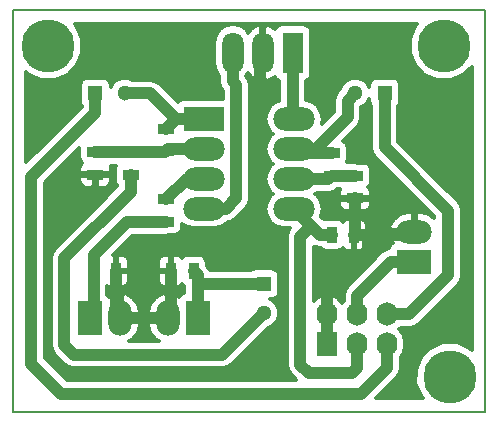
<source format=gbr>
G04 #@! TF.FileFunction,Copper,L2,Bot,Signal*
%FSLAX46Y46*%
G04 Gerber Fmt 4.6, Leading zero omitted, Abs format (unit mm)*
G04 Created by KiCad (PCBNEW 4.0.0-rc2-stable) date 8.4.2016. 15:12:54*
%MOMM*%
G01*
G04 APERTURE LIST*
%ADD10C,0.100000*%
%ADD11C,0.150000*%
%ADD12R,1.998980X2.999740*%
%ADD13O,1.998980X2.999740*%
%ADD14C,1.300000*%
%ADD15R,1.300000X1.300000*%
%ADD16R,0.889000X1.397000*%
%ADD17R,2.999740X1.998980*%
%ADD18O,2.999740X1.998980*%
%ADD19R,1.800860X3.500120*%
%ADD20O,1.800860X3.500120*%
%ADD21R,1.397000X0.889000*%
%ADD22R,1.750060X1.998980*%
%ADD23O,1.750060X1.998980*%
%ADD24R,3.500120X1.998980*%
%ADD25O,3.500120X1.998980*%
%ADD26C,4.500000*%
%ADD27C,2.200000*%
%ADD28C,1.000000*%
%ADD29C,0.500000*%
%ADD30C,0.300000*%
G04 APERTURE END LIST*
D10*
D11*
X160000000Y-98000000D02*
X160000000Y-65000000D01*
X200000000Y-98000000D02*
X200000000Y-65000000D01*
X160000000Y-64000000D02*
X160000000Y-65000000D01*
X200000000Y-64000000D02*
X200000000Y-65000000D01*
X200000000Y-64000000D02*
X160000000Y-64000000D01*
X160000000Y-98000000D02*
X200000000Y-98000000D01*
D12*
X166580000Y-90050000D03*
D13*
X169120000Y-90050000D03*
D12*
X175670000Y-90050000D03*
D13*
X173130000Y-90050000D03*
D14*
X181250000Y-89650000D03*
D15*
X181250000Y-87150000D03*
D16*
X166850000Y-86050000D03*
X168755000Y-86050000D03*
X175305000Y-86050000D03*
X173400000Y-86050000D03*
D14*
X169500000Y-71000000D03*
D15*
X167000000Y-71000000D03*
D14*
X189000000Y-71000000D03*
D15*
X191500000Y-71000000D03*
D17*
X194000000Y-85270000D03*
D18*
X194000000Y-82730000D03*
D19*
X183700000Y-67600000D03*
D20*
X181160000Y-67600000D03*
X178620000Y-67600000D03*
D21*
X173000000Y-80000000D03*
X173000000Y-81905000D03*
X173000000Y-74000000D03*
X173000000Y-75905000D03*
X167000000Y-76000000D03*
X167000000Y-77905000D03*
X170000000Y-77905000D03*
X170000000Y-76000000D03*
D16*
X187000000Y-83000000D03*
X188905000Y-83000000D03*
D21*
X187000000Y-76095000D03*
X187000000Y-78000000D03*
X189000000Y-78000000D03*
X189000000Y-79905000D03*
D22*
X186620000Y-92250000D03*
D23*
X186620000Y-89710000D03*
X189160000Y-92250000D03*
X189160000Y-89710000D03*
X191700000Y-92250000D03*
X191700000Y-89710000D03*
D24*
X176190000Y-73190000D03*
D25*
X176190000Y-75730000D03*
X176190000Y-78270000D03*
X176190000Y-80810000D03*
X183810000Y-80810000D03*
X183810000Y-78270000D03*
X183810000Y-75730000D03*
X183810000Y-73190000D03*
D26*
X163000000Y-67000000D03*
X196500000Y-67000000D03*
X197000000Y-95000000D03*
D27*
X187760000Y-85580000D03*
X177970000Y-83880000D03*
D28*
X170000000Y-77905000D02*
X170000000Y-79350000D01*
X170000000Y-79350000D02*
X164350000Y-85000000D01*
X164350000Y-85000000D02*
X164350000Y-92350000D01*
X164350000Y-92350000D02*
X165150000Y-93150000D01*
X165150000Y-93150000D02*
X177750000Y-93150000D01*
X177750000Y-93150000D02*
X180600001Y-90299999D01*
X180600001Y-90299999D02*
X181250000Y-89650000D01*
X175670000Y-86415000D02*
X175305000Y-86050000D01*
X175870000Y-87150000D02*
X175670000Y-87350000D01*
X175670000Y-87350000D02*
X175670000Y-86415000D01*
X181250000Y-87150000D02*
X175870000Y-87150000D01*
X175670000Y-90050000D02*
X175670000Y-87350000D01*
X169500000Y-71000000D02*
X171620000Y-71000000D01*
X171620000Y-71000000D02*
X173810000Y-73190000D01*
X176190000Y-73190000D02*
X173810000Y-73190000D01*
X173810000Y-73190000D02*
X173000000Y-74000000D01*
X191700000Y-92250000D02*
X191700000Y-94249490D01*
X161550000Y-93900000D02*
X161550000Y-78100000D01*
X191700000Y-94249490D02*
X189499480Y-96450010D01*
X189499480Y-96450010D02*
X164100010Y-96450010D01*
X164100010Y-96450010D02*
X161550000Y-93900000D01*
X161550000Y-78100000D02*
X167000000Y-72650000D01*
X167000000Y-72650000D02*
X167000000Y-71000000D01*
X189000000Y-71000000D02*
X188350001Y-71649999D01*
X188350001Y-71649999D02*
X188350001Y-73049999D01*
X188350001Y-73049999D02*
X185670000Y-75730000D01*
X185670000Y-75730000D02*
X183810000Y-75730000D01*
X187000000Y-76095000D02*
X184175000Y-76095000D01*
X184175000Y-76095000D02*
X183810000Y-75730000D01*
X196850000Y-86100000D02*
X196850000Y-80950000D01*
X191700000Y-89710000D02*
X193575030Y-89710000D01*
X193575030Y-89710000D02*
X196850000Y-86435030D01*
X196850000Y-86435030D02*
X196850000Y-86100000D01*
X196850000Y-80950000D02*
X191500000Y-75600000D01*
X191500000Y-75600000D02*
X191500000Y-71000000D01*
X173000000Y-81905000D02*
X169645000Y-81905000D01*
X169645000Y-81905000D02*
X166850000Y-84700000D01*
X166850000Y-84700000D02*
X166850000Y-86050000D01*
X166850000Y-89780000D02*
X166580000Y-90050000D01*
X166850000Y-86050000D02*
X166850000Y-89780000D01*
D29*
X187760000Y-85580000D02*
X187230000Y-86110000D01*
X187230000Y-86110000D02*
X187230000Y-87100510D01*
X177950000Y-83900000D02*
X177970000Y-83880000D01*
X167000000Y-77905000D02*
X167000000Y-78849500D01*
X167000000Y-78849500D02*
X162950000Y-82899500D01*
X162950000Y-82899500D02*
X162950000Y-92850000D01*
X162950000Y-92850000D02*
X164650000Y-94550000D01*
X164650000Y-94550000D02*
X179350000Y-94550000D01*
X179350000Y-94550000D02*
X183000000Y-90900000D01*
X183000000Y-90900000D02*
X183000000Y-85550000D01*
X183000000Y-85550000D02*
X179650000Y-82200000D01*
D28*
X180900000Y-80950000D02*
X179650000Y-82200000D01*
X179650000Y-82200000D02*
X177970000Y-83880000D01*
X181160000Y-67600000D02*
X180900000Y-67860000D01*
X180900000Y-67860000D02*
X180900000Y-80950000D01*
X177950000Y-83900000D02*
X172750000Y-83900000D01*
X172750000Y-83900000D02*
X171100000Y-85550000D01*
X171100000Y-85550000D02*
X171100000Y-90050000D01*
X169120000Y-90050000D02*
X171100000Y-90050000D01*
X171100000Y-90050000D02*
X173130000Y-90050000D01*
X173400000Y-86050000D02*
X173400000Y-89780000D01*
X173400000Y-89780000D02*
X173130000Y-90050000D01*
X168755000Y-86050000D02*
X168755000Y-89685000D01*
X168755000Y-89685000D02*
X169120000Y-90050000D01*
X186620000Y-89710000D02*
X186620000Y-92250000D01*
X188905000Y-83000000D02*
X190050000Y-83000000D01*
X190050000Y-83000000D02*
X193730000Y-83000000D01*
X186620000Y-89710000D02*
X186620000Y-87710510D01*
X186620000Y-87710510D02*
X187230000Y-87100510D01*
X187230000Y-87100510D02*
X190050000Y-84280510D01*
X190050000Y-84280510D02*
X190050000Y-83000000D01*
X189000000Y-79905000D02*
X189000000Y-82905000D01*
X189000000Y-82905000D02*
X188905000Y-83000000D01*
X193730000Y-83000000D02*
X194000000Y-82730000D01*
X189160000Y-89710000D02*
X189160000Y-88140000D01*
X189160000Y-88140000D02*
X192030000Y-85270000D01*
X192030000Y-85270000D02*
X194000000Y-85270000D01*
X183700000Y-67600000D02*
X183700000Y-73080000D01*
X183700000Y-73080000D02*
X183810000Y-73190000D01*
X178620000Y-67600000D02*
X178620000Y-70009630D01*
X178620000Y-70009630D02*
X178940060Y-70329690D01*
X178940060Y-70329690D02*
X178940060Y-79909940D01*
X178940060Y-79909940D02*
X178040000Y-80810000D01*
X178040000Y-80810000D02*
X176190000Y-80810000D01*
X173000000Y-80000000D02*
X174730000Y-78270000D01*
X174730000Y-78270000D02*
X176190000Y-78270000D01*
X170000000Y-76000000D02*
X167000000Y-76000000D01*
X176190000Y-75730000D02*
X173175000Y-75730000D01*
X173175000Y-75730000D02*
X173000000Y-75905000D01*
X170000000Y-76000000D02*
X172905000Y-76000000D01*
X172905000Y-76000000D02*
X173000000Y-75905000D01*
X189160000Y-92250000D02*
X189160000Y-94249490D01*
X189160000Y-94249490D02*
X188709490Y-94700000D01*
X188709490Y-94700000D02*
X185050000Y-94700000D01*
X185050000Y-94700000D02*
X184350000Y-94000000D01*
X184350000Y-94000000D02*
X184350000Y-83150000D01*
X184350000Y-83150000D02*
X185250000Y-82250000D01*
X186000000Y-83000000D02*
X185250000Y-82250000D01*
X185250000Y-82250000D02*
X183810000Y-80810000D01*
X187000000Y-83000000D02*
X186000000Y-83000000D01*
X187000000Y-78000000D02*
X189000000Y-78000000D01*
X183810000Y-78270000D02*
X186730000Y-78270000D01*
X186730000Y-78270000D02*
X187000000Y-78000000D01*
D30*
G36*
X194042933Y-65355137D02*
X193600505Y-66420624D01*
X193599498Y-67574315D01*
X194040066Y-68640572D01*
X194855137Y-69457067D01*
X195920624Y-69899495D01*
X197074315Y-69900502D01*
X198140572Y-69459934D01*
X198850000Y-68751743D01*
X198850000Y-92748428D01*
X198644863Y-92542933D01*
X197579376Y-92100505D01*
X196425685Y-92099498D01*
X195359428Y-92540066D01*
X194542933Y-93355137D01*
X194100505Y-94420624D01*
X194099498Y-95574315D01*
X194540066Y-96640572D01*
X194749129Y-96850000D01*
X190725836Y-96850000D01*
X192513173Y-95062663D01*
X192762461Y-94689576D01*
X192850000Y-94249490D01*
X192850000Y-93377916D01*
X193108944Y-92990379D01*
X193225030Y-92406775D01*
X193225030Y-92093225D01*
X193108944Y-91509621D01*
X192778359Y-91014866D01*
X192726178Y-90980000D01*
X192778359Y-90945134D01*
X192835244Y-90860000D01*
X193575030Y-90860000D01*
X194015116Y-90772461D01*
X194388203Y-90523173D01*
X197663173Y-87248203D01*
X197912461Y-86875116D01*
X198000000Y-86435030D01*
X198000000Y-80950005D01*
X198000001Y-80950000D01*
X197912461Y-80509915D01*
X197912461Y-80509914D01*
X197663173Y-80136827D01*
X197663170Y-80136825D01*
X192650000Y-75123654D01*
X192650000Y-72069592D01*
X192760520Y-71907841D01*
X192812734Y-71650000D01*
X192812734Y-70350000D01*
X192767410Y-70109124D01*
X192625053Y-69887895D01*
X192407841Y-69739480D01*
X192150000Y-69687266D01*
X190850000Y-69687266D01*
X190609124Y-69732590D01*
X190387895Y-69874947D01*
X190239480Y-70092159D01*
X190187266Y-70350000D01*
X190187266Y-70469165D01*
X190102729Y-70264571D01*
X189737353Y-69898556D01*
X189259721Y-69700226D01*
X188742548Y-69699774D01*
X188264571Y-69897271D01*
X187898556Y-70262647D01*
X187747696Y-70625958D01*
X187536828Y-70836826D01*
X187287540Y-71209913D01*
X187200001Y-71649999D01*
X187200001Y-72573653D01*
X186175991Y-73597663D01*
X186257080Y-73190000D01*
X186131520Y-72558768D01*
X185773956Y-72023634D01*
X185238822Y-71666070D01*
X184850000Y-71588728D01*
X184850000Y-69961876D01*
X185062535Y-69825113D01*
X185210950Y-69607901D01*
X185263164Y-69350060D01*
X185263164Y-65849940D01*
X185217840Y-65609064D01*
X185075483Y-65387835D01*
X184858271Y-65239420D01*
X184600430Y-65187206D01*
X182799570Y-65187206D01*
X182558694Y-65232530D01*
X182337465Y-65374887D01*
X182195002Y-65583388D01*
X182188438Y-65574854D01*
X181660302Y-65270769D01*
X181505968Y-65230827D01*
X181264000Y-65360325D01*
X181264000Y-67496000D01*
X181284000Y-67496000D01*
X181284000Y-67704000D01*
X181264000Y-67704000D01*
X181264000Y-69839675D01*
X181505968Y-69969173D01*
X181660302Y-69929231D01*
X182188438Y-69625146D01*
X182197006Y-69614007D01*
X182324517Y-69812165D01*
X182541729Y-69960580D01*
X182550000Y-69962255D01*
X182550000Y-71632489D01*
X182381178Y-71666070D01*
X181846044Y-72023634D01*
X181488480Y-72558768D01*
X181362920Y-73190000D01*
X181488480Y-73821232D01*
X181846044Y-74356366D01*
X182001144Y-74460000D01*
X181846044Y-74563634D01*
X181488480Y-75098768D01*
X181362920Y-75730000D01*
X181488480Y-76361232D01*
X181846044Y-76896366D01*
X182001144Y-77000000D01*
X181846044Y-77103634D01*
X181488480Y-77638768D01*
X181362920Y-78270000D01*
X181488480Y-78901232D01*
X181846044Y-79436366D01*
X182001144Y-79540000D01*
X181846044Y-79643634D01*
X181488480Y-80178768D01*
X181362920Y-80810000D01*
X181488480Y-81441232D01*
X181846044Y-81976366D01*
X182381178Y-82333930D01*
X183012410Y-82459490D01*
X183454866Y-82459490D01*
X183287539Y-82709914D01*
X183200000Y-83150000D01*
X183200000Y-94000000D01*
X183287539Y-94440086D01*
X183536827Y-94813173D01*
X184023665Y-95300010D01*
X164576356Y-95300010D01*
X162700000Y-93423654D01*
X162700000Y-78576346D01*
X163102846Y-78173500D01*
X165643500Y-78173500D01*
X165643500Y-78480384D01*
X165743674Y-78722227D01*
X165928773Y-78907325D01*
X166170615Y-79007500D01*
X166731500Y-79007500D01*
X166896000Y-78843000D01*
X166896000Y-78009000D01*
X167104000Y-78009000D01*
X167104000Y-78843000D01*
X167268500Y-79007500D01*
X167829385Y-79007500D01*
X168071227Y-78907325D01*
X168256326Y-78722227D01*
X168356500Y-78480384D01*
X168356500Y-78173500D01*
X168192000Y-78009000D01*
X167104000Y-78009000D01*
X166896000Y-78009000D01*
X165808000Y-78009000D01*
X165643500Y-78173500D01*
X163102846Y-78173500D01*
X165638766Y-75637580D01*
X165638766Y-76444500D01*
X165684090Y-76685376D01*
X165826447Y-76906605D01*
X165884902Y-76946546D01*
X165743674Y-77087773D01*
X165643500Y-77329616D01*
X165643500Y-77636500D01*
X165808000Y-77801000D01*
X166896000Y-77801000D01*
X166896000Y-77781000D01*
X167104000Y-77781000D01*
X167104000Y-77801000D01*
X168192000Y-77801000D01*
X168356500Y-77636500D01*
X168356500Y-77329616D01*
X168282101Y-77150000D01*
X168726960Y-77150000D01*
X168690980Y-77202659D01*
X168638766Y-77460500D01*
X168638766Y-78349500D01*
X168684090Y-78590376D01*
X168826447Y-78811605D01*
X168850000Y-78827698D01*
X168850000Y-78873654D01*
X163536827Y-84186827D01*
X163287539Y-84559914D01*
X163200000Y-85000000D01*
X163200000Y-92350000D01*
X163287539Y-92790086D01*
X163536827Y-93163173D01*
X164336827Y-93963173D01*
X164709914Y-94212461D01*
X165150000Y-94300000D01*
X177750000Y-94300000D01*
X178190086Y-94212461D01*
X178563173Y-93963173D01*
X181624472Y-90901874D01*
X181985429Y-90752729D01*
X182351444Y-90387353D01*
X182549774Y-89909721D01*
X182550226Y-89392548D01*
X182352729Y-88914571D01*
X181987353Y-88548556D01*
X181780671Y-88462734D01*
X181900000Y-88462734D01*
X182140876Y-88417410D01*
X182362105Y-88275053D01*
X182510520Y-88057841D01*
X182562734Y-87800000D01*
X182562734Y-86500000D01*
X182517410Y-86259124D01*
X182375053Y-86037895D01*
X182157841Y-85889480D01*
X181900000Y-85837266D01*
X180600000Y-85837266D01*
X180359124Y-85882590D01*
X180176664Y-86000000D01*
X176737451Y-86000000D01*
X176732461Y-85974914D01*
X176483173Y-85601827D01*
X176412234Y-85530888D01*
X176412234Y-85351500D01*
X176366910Y-85110624D01*
X176224553Y-84889395D01*
X176007341Y-84740980D01*
X175749500Y-84688766D01*
X174860500Y-84688766D01*
X174619624Y-84734090D01*
X174398395Y-84876447D01*
X174358454Y-84934902D01*
X174217227Y-84793674D01*
X173975384Y-84693500D01*
X173668500Y-84693500D01*
X173504000Y-84858000D01*
X173504000Y-85946000D01*
X173524000Y-85946000D01*
X173524000Y-86154000D01*
X173504000Y-86154000D01*
X173504000Y-87242000D01*
X173668500Y-87406500D01*
X173975384Y-87406500D01*
X174217227Y-87306326D01*
X174357061Y-87166492D01*
X174385447Y-87210605D01*
X174520000Y-87302541D01*
X174520000Y-87915716D01*
X174429634Y-87932720D01*
X174208405Y-88075077D01*
X174102118Y-88230632D01*
X173668210Y-87978500D01*
X173491497Y-87932031D01*
X173234000Y-88060257D01*
X173234000Y-89946000D01*
X173254000Y-89946000D01*
X173254000Y-90154000D01*
X173234000Y-90154000D01*
X173234000Y-90174000D01*
X173026000Y-90174000D01*
X173026000Y-90154000D01*
X171472510Y-90154000D01*
X171472510Y-90654380D01*
X171638478Y-91280757D01*
X172031517Y-91795941D01*
X172382694Y-92000000D01*
X169867306Y-92000000D01*
X170218483Y-91795941D01*
X170611522Y-91280757D01*
X170777490Y-90654380D01*
X170777490Y-90154000D01*
X169224000Y-90154000D01*
X169224000Y-90174000D01*
X169016000Y-90174000D01*
X169016000Y-90154000D01*
X168996000Y-90154000D01*
X168996000Y-89946000D01*
X169016000Y-89946000D01*
X169016000Y-88060257D01*
X169224000Y-88060257D01*
X169224000Y-89946000D01*
X170777490Y-89946000D01*
X170777490Y-89445620D01*
X171472510Y-89445620D01*
X171472510Y-89946000D01*
X173026000Y-89946000D01*
X173026000Y-88060257D01*
X172768503Y-87932031D01*
X172591790Y-87978500D01*
X172031517Y-88304059D01*
X171638478Y-88819243D01*
X171472510Y-89445620D01*
X170777490Y-89445620D01*
X170611522Y-88819243D01*
X170218483Y-88304059D01*
X169658210Y-87978500D01*
X169481497Y-87932031D01*
X169224000Y-88060257D01*
X169016000Y-88060257D01*
X168758503Y-87932031D01*
X168581790Y-87978500D01*
X168146736Y-88231298D01*
X168054543Y-88088025D01*
X168000000Y-88050757D01*
X168000000Y-87332101D01*
X168179616Y-87406500D01*
X168486500Y-87406500D01*
X168651000Y-87242000D01*
X168651000Y-86154000D01*
X168859000Y-86154000D01*
X168859000Y-87242000D01*
X169023500Y-87406500D01*
X169330384Y-87406500D01*
X169572227Y-87306326D01*
X169757325Y-87121227D01*
X169857500Y-86879385D01*
X169857500Y-86318500D01*
X172297500Y-86318500D01*
X172297500Y-86879385D01*
X172397675Y-87121227D01*
X172582773Y-87306326D01*
X172824616Y-87406500D01*
X173131500Y-87406500D01*
X173296000Y-87242000D01*
X173296000Y-86154000D01*
X172462000Y-86154000D01*
X172297500Y-86318500D01*
X169857500Y-86318500D01*
X169693000Y-86154000D01*
X168859000Y-86154000D01*
X168651000Y-86154000D01*
X168631000Y-86154000D01*
X168631000Y-85946000D01*
X168651000Y-85946000D01*
X168651000Y-84858000D01*
X168859000Y-84858000D01*
X168859000Y-85946000D01*
X169693000Y-85946000D01*
X169857500Y-85781500D01*
X169857500Y-85220615D01*
X172297500Y-85220615D01*
X172297500Y-85781500D01*
X172462000Y-85946000D01*
X173296000Y-85946000D01*
X173296000Y-84858000D01*
X173131500Y-84693500D01*
X172824616Y-84693500D01*
X172582773Y-84793674D01*
X172397675Y-84978773D01*
X172297500Y-85220615D01*
X169857500Y-85220615D01*
X169757325Y-84978773D01*
X169572227Y-84793674D01*
X169330384Y-84693500D01*
X169023500Y-84693500D01*
X168859000Y-84858000D01*
X168651000Y-84858000D01*
X168486500Y-84693500D01*
X168482846Y-84693500D01*
X170121346Y-83055000D01*
X173000000Y-83055000D01*
X173214998Y-83012234D01*
X173698500Y-83012234D01*
X173939376Y-82966910D01*
X174160605Y-82824553D01*
X174309020Y-82607341D01*
X174361234Y-82349500D01*
X174361234Y-82066697D01*
X174761178Y-82333930D01*
X175392410Y-82459490D01*
X176987590Y-82459490D01*
X177618822Y-82333930D01*
X178153956Y-81976366D01*
X178184035Y-81931350D01*
X178480086Y-81872461D01*
X178853173Y-81623173D01*
X179753233Y-80723113D01*
X180002521Y-80350026D01*
X180090060Y-79909940D01*
X180090060Y-70329690D01*
X180002521Y-69889604D01*
X179770000Y-69541611D01*
X179770000Y-69512632D01*
X179897842Y-69321303D01*
X180131562Y-69625146D01*
X180659698Y-69929231D01*
X180814032Y-69969173D01*
X181056000Y-69839675D01*
X181056000Y-67704000D01*
X181036000Y-67704000D01*
X181036000Y-67496000D01*
X181056000Y-67496000D01*
X181056000Y-65360325D01*
X180814032Y-65230827D01*
X180659698Y-65270769D01*
X180131562Y-65574854D01*
X179897842Y-65878697D01*
X179716320Y-65607030D01*
X179213324Y-65270939D01*
X178620000Y-65152920D01*
X178026676Y-65270939D01*
X177523680Y-65607030D01*
X177187589Y-66110026D01*
X177069570Y-66703350D01*
X177069570Y-68496650D01*
X177187589Y-69089974D01*
X177470000Y-69512632D01*
X177470000Y-70009630D01*
X177557539Y-70449716D01*
X177790060Y-70797709D01*
X177790060Y-71527776D01*
X174439940Y-71527776D01*
X174199064Y-71573100D01*
X173977835Y-71715457D01*
X173971327Y-71724981D01*
X172433173Y-70186827D01*
X172060086Y-69937539D01*
X171620000Y-69850000D01*
X170120417Y-69850000D01*
X169759721Y-69700226D01*
X169242548Y-69699774D01*
X168764571Y-69897271D01*
X168398556Y-70262647D01*
X168312734Y-70469329D01*
X168312734Y-70350000D01*
X168267410Y-70109124D01*
X168125053Y-69887895D01*
X167907841Y-69739480D01*
X167650000Y-69687266D01*
X166350000Y-69687266D01*
X166109124Y-69732590D01*
X165887895Y-69874947D01*
X165739480Y-70092159D01*
X165687266Y-70350000D01*
X165687266Y-71650000D01*
X165732590Y-71890876D01*
X165850000Y-72073336D01*
X165850000Y-72173654D01*
X161150000Y-76873654D01*
X161150000Y-69251572D01*
X161355137Y-69457067D01*
X162420624Y-69899495D01*
X163574315Y-69900502D01*
X164640572Y-69459934D01*
X165457067Y-68644863D01*
X165899495Y-67579376D01*
X165900502Y-66425685D01*
X165459934Y-65359428D01*
X165250871Y-65150000D01*
X194248428Y-65150000D01*
X194042933Y-65355137D01*
X194042933Y-65355137D01*
G37*
X194042933Y-65355137D02*
X193600505Y-66420624D01*
X193599498Y-67574315D01*
X194040066Y-68640572D01*
X194855137Y-69457067D01*
X195920624Y-69899495D01*
X197074315Y-69900502D01*
X198140572Y-69459934D01*
X198850000Y-68751743D01*
X198850000Y-92748428D01*
X198644863Y-92542933D01*
X197579376Y-92100505D01*
X196425685Y-92099498D01*
X195359428Y-92540066D01*
X194542933Y-93355137D01*
X194100505Y-94420624D01*
X194099498Y-95574315D01*
X194540066Y-96640572D01*
X194749129Y-96850000D01*
X190725836Y-96850000D01*
X192513173Y-95062663D01*
X192762461Y-94689576D01*
X192850000Y-94249490D01*
X192850000Y-93377916D01*
X193108944Y-92990379D01*
X193225030Y-92406775D01*
X193225030Y-92093225D01*
X193108944Y-91509621D01*
X192778359Y-91014866D01*
X192726178Y-90980000D01*
X192778359Y-90945134D01*
X192835244Y-90860000D01*
X193575030Y-90860000D01*
X194015116Y-90772461D01*
X194388203Y-90523173D01*
X197663173Y-87248203D01*
X197912461Y-86875116D01*
X198000000Y-86435030D01*
X198000000Y-80950005D01*
X198000001Y-80950000D01*
X197912461Y-80509915D01*
X197912461Y-80509914D01*
X197663173Y-80136827D01*
X197663170Y-80136825D01*
X192650000Y-75123654D01*
X192650000Y-72069592D01*
X192760520Y-71907841D01*
X192812734Y-71650000D01*
X192812734Y-70350000D01*
X192767410Y-70109124D01*
X192625053Y-69887895D01*
X192407841Y-69739480D01*
X192150000Y-69687266D01*
X190850000Y-69687266D01*
X190609124Y-69732590D01*
X190387895Y-69874947D01*
X190239480Y-70092159D01*
X190187266Y-70350000D01*
X190187266Y-70469165D01*
X190102729Y-70264571D01*
X189737353Y-69898556D01*
X189259721Y-69700226D01*
X188742548Y-69699774D01*
X188264571Y-69897271D01*
X187898556Y-70262647D01*
X187747696Y-70625958D01*
X187536828Y-70836826D01*
X187287540Y-71209913D01*
X187200001Y-71649999D01*
X187200001Y-72573653D01*
X186175991Y-73597663D01*
X186257080Y-73190000D01*
X186131520Y-72558768D01*
X185773956Y-72023634D01*
X185238822Y-71666070D01*
X184850000Y-71588728D01*
X184850000Y-69961876D01*
X185062535Y-69825113D01*
X185210950Y-69607901D01*
X185263164Y-69350060D01*
X185263164Y-65849940D01*
X185217840Y-65609064D01*
X185075483Y-65387835D01*
X184858271Y-65239420D01*
X184600430Y-65187206D01*
X182799570Y-65187206D01*
X182558694Y-65232530D01*
X182337465Y-65374887D01*
X182195002Y-65583388D01*
X182188438Y-65574854D01*
X181660302Y-65270769D01*
X181505968Y-65230827D01*
X181264000Y-65360325D01*
X181264000Y-67496000D01*
X181284000Y-67496000D01*
X181284000Y-67704000D01*
X181264000Y-67704000D01*
X181264000Y-69839675D01*
X181505968Y-69969173D01*
X181660302Y-69929231D01*
X182188438Y-69625146D01*
X182197006Y-69614007D01*
X182324517Y-69812165D01*
X182541729Y-69960580D01*
X182550000Y-69962255D01*
X182550000Y-71632489D01*
X182381178Y-71666070D01*
X181846044Y-72023634D01*
X181488480Y-72558768D01*
X181362920Y-73190000D01*
X181488480Y-73821232D01*
X181846044Y-74356366D01*
X182001144Y-74460000D01*
X181846044Y-74563634D01*
X181488480Y-75098768D01*
X181362920Y-75730000D01*
X181488480Y-76361232D01*
X181846044Y-76896366D01*
X182001144Y-77000000D01*
X181846044Y-77103634D01*
X181488480Y-77638768D01*
X181362920Y-78270000D01*
X181488480Y-78901232D01*
X181846044Y-79436366D01*
X182001144Y-79540000D01*
X181846044Y-79643634D01*
X181488480Y-80178768D01*
X181362920Y-80810000D01*
X181488480Y-81441232D01*
X181846044Y-81976366D01*
X182381178Y-82333930D01*
X183012410Y-82459490D01*
X183454866Y-82459490D01*
X183287539Y-82709914D01*
X183200000Y-83150000D01*
X183200000Y-94000000D01*
X183287539Y-94440086D01*
X183536827Y-94813173D01*
X184023665Y-95300010D01*
X164576356Y-95300010D01*
X162700000Y-93423654D01*
X162700000Y-78576346D01*
X163102846Y-78173500D01*
X165643500Y-78173500D01*
X165643500Y-78480384D01*
X165743674Y-78722227D01*
X165928773Y-78907325D01*
X166170615Y-79007500D01*
X166731500Y-79007500D01*
X166896000Y-78843000D01*
X166896000Y-78009000D01*
X167104000Y-78009000D01*
X167104000Y-78843000D01*
X167268500Y-79007500D01*
X167829385Y-79007500D01*
X168071227Y-78907325D01*
X168256326Y-78722227D01*
X168356500Y-78480384D01*
X168356500Y-78173500D01*
X168192000Y-78009000D01*
X167104000Y-78009000D01*
X166896000Y-78009000D01*
X165808000Y-78009000D01*
X165643500Y-78173500D01*
X163102846Y-78173500D01*
X165638766Y-75637580D01*
X165638766Y-76444500D01*
X165684090Y-76685376D01*
X165826447Y-76906605D01*
X165884902Y-76946546D01*
X165743674Y-77087773D01*
X165643500Y-77329616D01*
X165643500Y-77636500D01*
X165808000Y-77801000D01*
X166896000Y-77801000D01*
X166896000Y-77781000D01*
X167104000Y-77781000D01*
X167104000Y-77801000D01*
X168192000Y-77801000D01*
X168356500Y-77636500D01*
X168356500Y-77329616D01*
X168282101Y-77150000D01*
X168726960Y-77150000D01*
X168690980Y-77202659D01*
X168638766Y-77460500D01*
X168638766Y-78349500D01*
X168684090Y-78590376D01*
X168826447Y-78811605D01*
X168850000Y-78827698D01*
X168850000Y-78873654D01*
X163536827Y-84186827D01*
X163287539Y-84559914D01*
X163200000Y-85000000D01*
X163200000Y-92350000D01*
X163287539Y-92790086D01*
X163536827Y-93163173D01*
X164336827Y-93963173D01*
X164709914Y-94212461D01*
X165150000Y-94300000D01*
X177750000Y-94300000D01*
X178190086Y-94212461D01*
X178563173Y-93963173D01*
X181624472Y-90901874D01*
X181985429Y-90752729D01*
X182351444Y-90387353D01*
X182549774Y-89909721D01*
X182550226Y-89392548D01*
X182352729Y-88914571D01*
X181987353Y-88548556D01*
X181780671Y-88462734D01*
X181900000Y-88462734D01*
X182140876Y-88417410D01*
X182362105Y-88275053D01*
X182510520Y-88057841D01*
X182562734Y-87800000D01*
X182562734Y-86500000D01*
X182517410Y-86259124D01*
X182375053Y-86037895D01*
X182157841Y-85889480D01*
X181900000Y-85837266D01*
X180600000Y-85837266D01*
X180359124Y-85882590D01*
X180176664Y-86000000D01*
X176737451Y-86000000D01*
X176732461Y-85974914D01*
X176483173Y-85601827D01*
X176412234Y-85530888D01*
X176412234Y-85351500D01*
X176366910Y-85110624D01*
X176224553Y-84889395D01*
X176007341Y-84740980D01*
X175749500Y-84688766D01*
X174860500Y-84688766D01*
X174619624Y-84734090D01*
X174398395Y-84876447D01*
X174358454Y-84934902D01*
X174217227Y-84793674D01*
X173975384Y-84693500D01*
X173668500Y-84693500D01*
X173504000Y-84858000D01*
X173504000Y-85946000D01*
X173524000Y-85946000D01*
X173524000Y-86154000D01*
X173504000Y-86154000D01*
X173504000Y-87242000D01*
X173668500Y-87406500D01*
X173975384Y-87406500D01*
X174217227Y-87306326D01*
X174357061Y-87166492D01*
X174385447Y-87210605D01*
X174520000Y-87302541D01*
X174520000Y-87915716D01*
X174429634Y-87932720D01*
X174208405Y-88075077D01*
X174102118Y-88230632D01*
X173668210Y-87978500D01*
X173491497Y-87932031D01*
X173234000Y-88060257D01*
X173234000Y-89946000D01*
X173254000Y-89946000D01*
X173254000Y-90154000D01*
X173234000Y-90154000D01*
X173234000Y-90174000D01*
X173026000Y-90174000D01*
X173026000Y-90154000D01*
X171472510Y-90154000D01*
X171472510Y-90654380D01*
X171638478Y-91280757D01*
X172031517Y-91795941D01*
X172382694Y-92000000D01*
X169867306Y-92000000D01*
X170218483Y-91795941D01*
X170611522Y-91280757D01*
X170777490Y-90654380D01*
X170777490Y-90154000D01*
X169224000Y-90154000D01*
X169224000Y-90174000D01*
X169016000Y-90174000D01*
X169016000Y-90154000D01*
X168996000Y-90154000D01*
X168996000Y-89946000D01*
X169016000Y-89946000D01*
X169016000Y-88060257D01*
X169224000Y-88060257D01*
X169224000Y-89946000D01*
X170777490Y-89946000D01*
X170777490Y-89445620D01*
X171472510Y-89445620D01*
X171472510Y-89946000D01*
X173026000Y-89946000D01*
X173026000Y-88060257D01*
X172768503Y-87932031D01*
X172591790Y-87978500D01*
X172031517Y-88304059D01*
X171638478Y-88819243D01*
X171472510Y-89445620D01*
X170777490Y-89445620D01*
X170611522Y-88819243D01*
X170218483Y-88304059D01*
X169658210Y-87978500D01*
X169481497Y-87932031D01*
X169224000Y-88060257D01*
X169016000Y-88060257D01*
X168758503Y-87932031D01*
X168581790Y-87978500D01*
X168146736Y-88231298D01*
X168054543Y-88088025D01*
X168000000Y-88050757D01*
X168000000Y-87332101D01*
X168179616Y-87406500D01*
X168486500Y-87406500D01*
X168651000Y-87242000D01*
X168651000Y-86154000D01*
X168859000Y-86154000D01*
X168859000Y-87242000D01*
X169023500Y-87406500D01*
X169330384Y-87406500D01*
X169572227Y-87306326D01*
X169757325Y-87121227D01*
X169857500Y-86879385D01*
X169857500Y-86318500D01*
X172297500Y-86318500D01*
X172297500Y-86879385D01*
X172397675Y-87121227D01*
X172582773Y-87306326D01*
X172824616Y-87406500D01*
X173131500Y-87406500D01*
X173296000Y-87242000D01*
X173296000Y-86154000D01*
X172462000Y-86154000D01*
X172297500Y-86318500D01*
X169857500Y-86318500D01*
X169693000Y-86154000D01*
X168859000Y-86154000D01*
X168651000Y-86154000D01*
X168631000Y-86154000D01*
X168631000Y-85946000D01*
X168651000Y-85946000D01*
X168651000Y-84858000D01*
X168859000Y-84858000D01*
X168859000Y-85946000D01*
X169693000Y-85946000D01*
X169857500Y-85781500D01*
X169857500Y-85220615D01*
X172297500Y-85220615D01*
X172297500Y-85781500D01*
X172462000Y-85946000D01*
X173296000Y-85946000D01*
X173296000Y-84858000D01*
X173131500Y-84693500D01*
X172824616Y-84693500D01*
X172582773Y-84793674D01*
X172397675Y-84978773D01*
X172297500Y-85220615D01*
X169857500Y-85220615D01*
X169757325Y-84978773D01*
X169572227Y-84793674D01*
X169330384Y-84693500D01*
X169023500Y-84693500D01*
X168859000Y-84858000D01*
X168651000Y-84858000D01*
X168486500Y-84693500D01*
X168482846Y-84693500D01*
X170121346Y-83055000D01*
X173000000Y-83055000D01*
X173214998Y-83012234D01*
X173698500Y-83012234D01*
X173939376Y-82966910D01*
X174160605Y-82824553D01*
X174309020Y-82607341D01*
X174361234Y-82349500D01*
X174361234Y-82066697D01*
X174761178Y-82333930D01*
X175392410Y-82459490D01*
X176987590Y-82459490D01*
X177618822Y-82333930D01*
X178153956Y-81976366D01*
X178184035Y-81931350D01*
X178480086Y-81872461D01*
X178853173Y-81623173D01*
X179753233Y-80723113D01*
X180002521Y-80350026D01*
X180090060Y-79909940D01*
X180090060Y-70329690D01*
X180002521Y-69889604D01*
X179770000Y-69541611D01*
X179770000Y-69512632D01*
X179897842Y-69321303D01*
X180131562Y-69625146D01*
X180659698Y-69929231D01*
X180814032Y-69969173D01*
X181056000Y-69839675D01*
X181056000Y-67704000D01*
X181036000Y-67704000D01*
X181036000Y-67496000D01*
X181056000Y-67496000D01*
X181056000Y-65360325D01*
X180814032Y-65230827D01*
X180659698Y-65270769D01*
X180131562Y-65574854D01*
X179897842Y-65878697D01*
X179716320Y-65607030D01*
X179213324Y-65270939D01*
X178620000Y-65152920D01*
X178026676Y-65270939D01*
X177523680Y-65607030D01*
X177187589Y-66110026D01*
X177069570Y-66703350D01*
X177069570Y-68496650D01*
X177187589Y-69089974D01*
X177470000Y-69512632D01*
X177470000Y-70009630D01*
X177557539Y-70449716D01*
X177790060Y-70797709D01*
X177790060Y-71527776D01*
X174439940Y-71527776D01*
X174199064Y-71573100D01*
X173977835Y-71715457D01*
X173971327Y-71724981D01*
X172433173Y-70186827D01*
X172060086Y-69937539D01*
X171620000Y-69850000D01*
X170120417Y-69850000D01*
X169759721Y-69700226D01*
X169242548Y-69699774D01*
X168764571Y-69897271D01*
X168398556Y-70262647D01*
X168312734Y-70469329D01*
X168312734Y-70350000D01*
X168267410Y-70109124D01*
X168125053Y-69887895D01*
X167907841Y-69739480D01*
X167650000Y-69687266D01*
X166350000Y-69687266D01*
X166109124Y-69732590D01*
X165887895Y-69874947D01*
X165739480Y-70092159D01*
X165687266Y-70350000D01*
X165687266Y-71650000D01*
X165732590Y-71890876D01*
X165850000Y-72073336D01*
X165850000Y-72173654D01*
X161150000Y-76873654D01*
X161150000Y-69251572D01*
X161355137Y-69457067D01*
X162420624Y-69899495D01*
X163574315Y-69900502D01*
X164640572Y-69459934D01*
X165457067Y-68644863D01*
X165899495Y-67579376D01*
X165900502Y-66425685D01*
X165459934Y-65359428D01*
X165250871Y-65150000D01*
X194248428Y-65150000D01*
X194042933Y-65355137D01*
G36*
X190187266Y-71650000D02*
X190232590Y-71890876D01*
X190350000Y-72073336D01*
X190350000Y-75600000D01*
X190437539Y-76040086D01*
X190686827Y-76413173D01*
X195700000Y-81426345D01*
X195700000Y-81596468D01*
X195230757Y-81238478D01*
X194604380Y-81072510D01*
X194104000Y-81072510D01*
X194104000Y-82626000D01*
X194124000Y-82626000D01*
X194124000Y-82834000D01*
X194104000Y-82834000D01*
X194104000Y-82854000D01*
X193896000Y-82854000D01*
X193896000Y-82834000D01*
X192010257Y-82834000D01*
X191882031Y-83091497D01*
X191928500Y-83268210D01*
X192181298Y-83703264D01*
X192038025Y-83795457D01*
X191889610Y-84012669D01*
X191861070Y-84153602D01*
X191589914Y-84207539D01*
X191216827Y-84456827D01*
X188346827Y-87326827D01*
X188097539Y-87699914D01*
X188010000Y-88140000D01*
X188010000Y-88582084D01*
X187895309Y-88753732D01*
X187538051Y-88356759D01*
X186997934Y-88098971D01*
X186961986Y-88091142D01*
X186724000Y-88220967D01*
X186724000Y-89606000D01*
X186744000Y-89606000D01*
X186744000Y-89814000D01*
X186724000Y-89814000D01*
X186724000Y-92146000D01*
X186744000Y-92146000D01*
X186744000Y-92354000D01*
X186724000Y-92354000D01*
X186724000Y-92374000D01*
X186516000Y-92374000D01*
X186516000Y-92354000D01*
X186496000Y-92354000D01*
X186496000Y-92146000D01*
X186516000Y-92146000D01*
X186516000Y-89814000D01*
X186496000Y-89814000D01*
X186496000Y-89606000D01*
X186516000Y-89606000D01*
X186516000Y-88220967D01*
X186278014Y-88091142D01*
X186242066Y-88098971D01*
X185701949Y-88356759D01*
X185500000Y-88581158D01*
X185500000Y-84022428D01*
X185559914Y-84062461D01*
X186000000Y-84150000D01*
X186073623Y-84150000D01*
X186080447Y-84160605D01*
X186297659Y-84309020D01*
X186555500Y-84361234D01*
X187444500Y-84361234D01*
X187685376Y-84315910D01*
X187906605Y-84173553D01*
X187946546Y-84115098D01*
X188087773Y-84256326D01*
X188329616Y-84356500D01*
X188636500Y-84356500D01*
X188801000Y-84192000D01*
X188801000Y-83104000D01*
X189009000Y-83104000D01*
X189009000Y-84192000D01*
X189173500Y-84356500D01*
X189480384Y-84356500D01*
X189722227Y-84256326D01*
X189907325Y-84071227D01*
X190007500Y-83829385D01*
X190007500Y-83268500D01*
X189843000Y-83104000D01*
X189009000Y-83104000D01*
X188801000Y-83104000D01*
X188781000Y-83104000D01*
X188781000Y-82896000D01*
X188801000Y-82896000D01*
X188801000Y-81808000D01*
X189009000Y-81808000D01*
X189009000Y-82896000D01*
X189843000Y-82896000D01*
X190007500Y-82731500D01*
X190007500Y-82368503D01*
X191882031Y-82368503D01*
X192010257Y-82626000D01*
X193896000Y-82626000D01*
X193896000Y-81072510D01*
X193395620Y-81072510D01*
X192769243Y-81238478D01*
X192254059Y-81631517D01*
X191928500Y-82191790D01*
X191882031Y-82368503D01*
X190007500Y-82368503D01*
X190007500Y-82170615D01*
X189907325Y-81928773D01*
X189722227Y-81743674D01*
X189480384Y-81643500D01*
X189173500Y-81643500D01*
X189009000Y-81808000D01*
X188801000Y-81808000D01*
X188636500Y-81643500D01*
X188329616Y-81643500D01*
X188087773Y-81743674D01*
X187947939Y-81883508D01*
X187919553Y-81839395D01*
X187702341Y-81690980D01*
X187444500Y-81638766D01*
X186555500Y-81638766D01*
X186314624Y-81684090D01*
X186312076Y-81685730D01*
X186105908Y-81479562D01*
X186131520Y-81441232D01*
X186257080Y-80810000D01*
X186131520Y-80178768D01*
X186128001Y-80173500D01*
X187643500Y-80173500D01*
X187643500Y-80480384D01*
X187743674Y-80722227D01*
X187928773Y-80907325D01*
X188170615Y-81007500D01*
X188731500Y-81007500D01*
X188896000Y-80843000D01*
X188896000Y-80009000D01*
X189104000Y-80009000D01*
X189104000Y-80843000D01*
X189268500Y-81007500D01*
X189829385Y-81007500D01*
X190071227Y-80907325D01*
X190256326Y-80722227D01*
X190356500Y-80480384D01*
X190356500Y-80173500D01*
X190192000Y-80009000D01*
X189104000Y-80009000D01*
X188896000Y-80009000D01*
X187808000Y-80009000D01*
X187643500Y-80173500D01*
X186128001Y-80173500D01*
X185773956Y-79643634D01*
X185618856Y-79540000D01*
X185773956Y-79436366D01*
X185784891Y-79420000D01*
X186730000Y-79420000D01*
X187170086Y-79332461D01*
X187443159Y-79150000D01*
X187717899Y-79150000D01*
X187643500Y-79329616D01*
X187643500Y-79636500D01*
X187808000Y-79801000D01*
X188896000Y-79801000D01*
X188896000Y-79781000D01*
X189104000Y-79781000D01*
X189104000Y-79801000D01*
X190192000Y-79801000D01*
X190356500Y-79636500D01*
X190356500Y-79329616D01*
X190256326Y-79087773D01*
X190116492Y-78947939D01*
X190160605Y-78919553D01*
X190309020Y-78702341D01*
X190361234Y-78444500D01*
X190361234Y-77555500D01*
X190315910Y-77314624D01*
X190173553Y-77093395D01*
X189956341Y-76944980D01*
X189698500Y-76892766D01*
X189214998Y-76892766D01*
X189000000Y-76850000D01*
X188273040Y-76850000D01*
X188309020Y-76797341D01*
X188361234Y-76539500D01*
X188361234Y-75650500D01*
X188315910Y-75409624D01*
X188173553Y-75188395D01*
X187974178Y-75052168D01*
X189163174Y-73863172D01*
X189205384Y-73800000D01*
X189412462Y-73490085D01*
X189500001Y-73049999D01*
X189500001Y-72200006D01*
X189735429Y-72102729D01*
X190101444Y-71737353D01*
X190187266Y-71530671D01*
X190187266Y-71650000D01*
X190187266Y-71650000D01*
G37*
X190187266Y-71650000D02*
X190232590Y-71890876D01*
X190350000Y-72073336D01*
X190350000Y-75600000D01*
X190437539Y-76040086D01*
X190686827Y-76413173D01*
X195700000Y-81426345D01*
X195700000Y-81596468D01*
X195230757Y-81238478D01*
X194604380Y-81072510D01*
X194104000Y-81072510D01*
X194104000Y-82626000D01*
X194124000Y-82626000D01*
X194124000Y-82834000D01*
X194104000Y-82834000D01*
X194104000Y-82854000D01*
X193896000Y-82854000D01*
X193896000Y-82834000D01*
X192010257Y-82834000D01*
X191882031Y-83091497D01*
X191928500Y-83268210D01*
X192181298Y-83703264D01*
X192038025Y-83795457D01*
X191889610Y-84012669D01*
X191861070Y-84153602D01*
X191589914Y-84207539D01*
X191216827Y-84456827D01*
X188346827Y-87326827D01*
X188097539Y-87699914D01*
X188010000Y-88140000D01*
X188010000Y-88582084D01*
X187895309Y-88753732D01*
X187538051Y-88356759D01*
X186997934Y-88098971D01*
X186961986Y-88091142D01*
X186724000Y-88220967D01*
X186724000Y-89606000D01*
X186744000Y-89606000D01*
X186744000Y-89814000D01*
X186724000Y-89814000D01*
X186724000Y-92146000D01*
X186744000Y-92146000D01*
X186744000Y-92354000D01*
X186724000Y-92354000D01*
X186724000Y-92374000D01*
X186516000Y-92374000D01*
X186516000Y-92354000D01*
X186496000Y-92354000D01*
X186496000Y-92146000D01*
X186516000Y-92146000D01*
X186516000Y-89814000D01*
X186496000Y-89814000D01*
X186496000Y-89606000D01*
X186516000Y-89606000D01*
X186516000Y-88220967D01*
X186278014Y-88091142D01*
X186242066Y-88098971D01*
X185701949Y-88356759D01*
X185500000Y-88581158D01*
X185500000Y-84022428D01*
X185559914Y-84062461D01*
X186000000Y-84150000D01*
X186073623Y-84150000D01*
X186080447Y-84160605D01*
X186297659Y-84309020D01*
X186555500Y-84361234D01*
X187444500Y-84361234D01*
X187685376Y-84315910D01*
X187906605Y-84173553D01*
X187946546Y-84115098D01*
X188087773Y-84256326D01*
X188329616Y-84356500D01*
X188636500Y-84356500D01*
X188801000Y-84192000D01*
X188801000Y-83104000D01*
X189009000Y-83104000D01*
X189009000Y-84192000D01*
X189173500Y-84356500D01*
X189480384Y-84356500D01*
X189722227Y-84256326D01*
X189907325Y-84071227D01*
X190007500Y-83829385D01*
X190007500Y-83268500D01*
X189843000Y-83104000D01*
X189009000Y-83104000D01*
X188801000Y-83104000D01*
X188781000Y-83104000D01*
X188781000Y-82896000D01*
X188801000Y-82896000D01*
X188801000Y-81808000D01*
X189009000Y-81808000D01*
X189009000Y-82896000D01*
X189843000Y-82896000D01*
X190007500Y-82731500D01*
X190007500Y-82368503D01*
X191882031Y-82368503D01*
X192010257Y-82626000D01*
X193896000Y-82626000D01*
X193896000Y-81072510D01*
X193395620Y-81072510D01*
X192769243Y-81238478D01*
X192254059Y-81631517D01*
X191928500Y-82191790D01*
X191882031Y-82368503D01*
X190007500Y-82368503D01*
X190007500Y-82170615D01*
X189907325Y-81928773D01*
X189722227Y-81743674D01*
X189480384Y-81643500D01*
X189173500Y-81643500D01*
X189009000Y-81808000D01*
X188801000Y-81808000D01*
X188636500Y-81643500D01*
X188329616Y-81643500D01*
X188087773Y-81743674D01*
X187947939Y-81883508D01*
X187919553Y-81839395D01*
X187702341Y-81690980D01*
X187444500Y-81638766D01*
X186555500Y-81638766D01*
X186314624Y-81684090D01*
X186312076Y-81685730D01*
X186105908Y-81479562D01*
X186131520Y-81441232D01*
X186257080Y-80810000D01*
X186131520Y-80178768D01*
X186128001Y-80173500D01*
X187643500Y-80173500D01*
X187643500Y-80480384D01*
X187743674Y-80722227D01*
X187928773Y-80907325D01*
X188170615Y-81007500D01*
X188731500Y-81007500D01*
X188896000Y-80843000D01*
X188896000Y-80009000D01*
X189104000Y-80009000D01*
X189104000Y-80843000D01*
X189268500Y-81007500D01*
X189829385Y-81007500D01*
X190071227Y-80907325D01*
X190256326Y-80722227D01*
X190356500Y-80480384D01*
X190356500Y-80173500D01*
X190192000Y-80009000D01*
X189104000Y-80009000D01*
X188896000Y-80009000D01*
X187808000Y-80009000D01*
X187643500Y-80173500D01*
X186128001Y-80173500D01*
X185773956Y-79643634D01*
X185618856Y-79540000D01*
X185773956Y-79436366D01*
X185784891Y-79420000D01*
X186730000Y-79420000D01*
X187170086Y-79332461D01*
X187443159Y-79150000D01*
X187717899Y-79150000D01*
X187643500Y-79329616D01*
X187643500Y-79636500D01*
X187808000Y-79801000D01*
X188896000Y-79801000D01*
X188896000Y-79781000D01*
X189104000Y-79781000D01*
X189104000Y-79801000D01*
X190192000Y-79801000D01*
X190356500Y-79636500D01*
X190356500Y-79329616D01*
X190256326Y-79087773D01*
X190116492Y-78947939D01*
X190160605Y-78919553D01*
X190309020Y-78702341D01*
X190361234Y-78444500D01*
X190361234Y-77555500D01*
X190315910Y-77314624D01*
X190173553Y-77093395D01*
X189956341Y-76944980D01*
X189698500Y-76892766D01*
X189214998Y-76892766D01*
X189000000Y-76850000D01*
X188273040Y-76850000D01*
X188309020Y-76797341D01*
X188361234Y-76539500D01*
X188361234Y-75650500D01*
X188315910Y-75409624D01*
X188173553Y-75188395D01*
X187974178Y-75052168D01*
X189163174Y-73863172D01*
X189205384Y-73800000D01*
X189412462Y-73490085D01*
X189500001Y-73049999D01*
X189500001Y-72200006D01*
X189735429Y-72102729D01*
X190101444Y-71737353D01*
X190187266Y-71530671D01*
X190187266Y-71650000D01*
M02*

</source>
